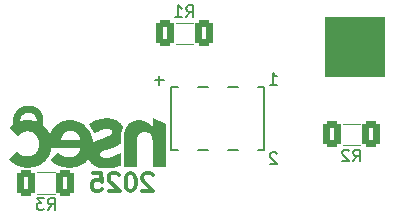
<source format=gbr>
%TF.GenerationSoftware,KiCad,Pcbnew,8.0.8*%
%TF.CreationDate,2025-04-07T01:54:08-03:00*%
%TF.ProjectId,Sao_CashBag,53616f5f-4361-4736-9842-61672e6b6963,rev?*%
%TF.SameCoordinates,Original*%
%TF.FileFunction,Legend,Bot*%
%TF.FilePolarity,Positive*%
%FSLAX46Y46*%
G04 Gerber Fmt 4.6, Leading zero omitted, Abs format (unit mm)*
G04 Created by KiCad (PCBNEW 8.0.8) date 2025-04-07 01:54:08*
%MOMM*%
%LPD*%
G01*
G04 APERTURE LIST*
G04 Aperture macros list*
%AMRoundRect*
0 Rectangle with rounded corners*
0 $1 Rounding radius*
0 $2 $3 $4 $5 $6 $7 $8 $9 X,Y pos of 4 corners*
0 Add a 4 corners polygon primitive as box body*
4,1,4,$2,$3,$4,$5,$6,$7,$8,$9,$2,$3,0*
0 Add four circle primitives for the rounded corners*
1,1,$1+$1,$2,$3*
1,1,$1+$1,$4,$5*
1,1,$1+$1,$6,$7*
1,1,$1+$1,$8,$9*
0 Add four rect primitives between the rounded corners*
20,1,$1+$1,$2,$3,$4,$5,0*
20,1,$1+$1,$4,$5,$6,$7,0*
20,1,$1+$1,$6,$7,$8,$9,0*
20,1,$1+$1,$8,$9,$2,$3,0*%
G04 Aperture macros list end*
%ADD10C,0.100000*%
%ADD11C,0.300000*%
%ADD12C,0.150000*%
%ADD13C,0.000000*%
%ADD14C,0.120000*%
%ADD15C,0.152400*%
%ADD16RoundRect,0.288462X0.461538X0.811538X-0.461538X0.811538X-0.461538X-0.811538X0.461538X-0.811538X0*%
%ADD17RoundRect,0.288462X-0.461538X-0.811538X0.461538X-0.811538X0.461538X0.811538X-0.461538X0.811538X0*%
%ADD18R,1.041400X3.200400*%
G04 APERTURE END LIST*
D10*
X134050000Y-122450000D02*
X139050000Y-122450000D01*
X139050000Y-127450000D01*
X134050000Y-127450000D01*
X134050000Y-122450000D01*
G36*
X134050000Y-122450000D02*
G01*
X139050000Y-122450000D01*
X139050000Y-127450000D01*
X134050000Y-127450000D01*
X134050000Y-122450000D01*
G37*
D11*
X119466917Y-135843685D02*
X119395489Y-135772257D01*
X119395489Y-135772257D02*
X119252632Y-135700828D01*
X119252632Y-135700828D02*
X118895489Y-135700828D01*
X118895489Y-135700828D02*
X118752632Y-135772257D01*
X118752632Y-135772257D02*
X118681203Y-135843685D01*
X118681203Y-135843685D02*
X118609774Y-135986542D01*
X118609774Y-135986542D02*
X118609774Y-136129400D01*
X118609774Y-136129400D02*
X118681203Y-136343685D01*
X118681203Y-136343685D02*
X119538346Y-137200828D01*
X119538346Y-137200828D02*
X118609774Y-137200828D01*
X117681203Y-135700828D02*
X117538346Y-135700828D01*
X117538346Y-135700828D02*
X117395489Y-135772257D01*
X117395489Y-135772257D02*
X117324061Y-135843685D01*
X117324061Y-135843685D02*
X117252632Y-135986542D01*
X117252632Y-135986542D02*
X117181203Y-136272257D01*
X117181203Y-136272257D02*
X117181203Y-136629400D01*
X117181203Y-136629400D02*
X117252632Y-136915114D01*
X117252632Y-136915114D02*
X117324061Y-137057971D01*
X117324061Y-137057971D02*
X117395489Y-137129400D01*
X117395489Y-137129400D02*
X117538346Y-137200828D01*
X117538346Y-137200828D02*
X117681203Y-137200828D01*
X117681203Y-137200828D02*
X117824061Y-137129400D01*
X117824061Y-137129400D02*
X117895489Y-137057971D01*
X117895489Y-137057971D02*
X117966918Y-136915114D01*
X117966918Y-136915114D02*
X118038346Y-136629400D01*
X118038346Y-136629400D02*
X118038346Y-136272257D01*
X118038346Y-136272257D02*
X117966918Y-135986542D01*
X117966918Y-135986542D02*
X117895489Y-135843685D01*
X117895489Y-135843685D02*
X117824061Y-135772257D01*
X117824061Y-135772257D02*
X117681203Y-135700828D01*
X116609775Y-135843685D02*
X116538347Y-135772257D01*
X116538347Y-135772257D02*
X116395490Y-135700828D01*
X116395490Y-135700828D02*
X116038347Y-135700828D01*
X116038347Y-135700828D02*
X115895490Y-135772257D01*
X115895490Y-135772257D02*
X115824061Y-135843685D01*
X115824061Y-135843685D02*
X115752632Y-135986542D01*
X115752632Y-135986542D02*
X115752632Y-136129400D01*
X115752632Y-136129400D02*
X115824061Y-136343685D01*
X115824061Y-136343685D02*
X116681204Y-137200828D01*
X116681204Y-137200828D02*
X115752632Y-137200828D01*
X114395490Y-135700828D02*
X115109776Y-135700828D01*
X115109776Y-135700828D02*
X115181204Y-136415114D01*
X115181204Y-136415114D02*
X115109776Y-136343685D01*
X115109776Y-136343685D02*
X114966919Y-136272257D01*
X114966919Y-136272257D02*
X114609776Y-136272257D01*
X114609776Y-136272257D02*
X114466919Y-136343685D01*
X114466919Y-136343685D02*
X114395490Y-136415114D01*
X114395490Y-136415114D02*
X114324061Y-136557971D01*
X114324061Y-136557971D02*
X114324061Y-136915114D01*
X114324061Y-136915114D02*
X114395490Y-137057971D01*
X114395490Y-137057971D02*
X114466919Y-137129400D01*
X114466919Y-137129400D02*
X114609776Y-137200828D01*
X114609776Y-137200828D02*
X114966919Y-137200828D01*
X114966919Y-137200828D02*
X115109776Y-137129400D01*
X115109776Y-137129400D02*
X115181204Y-137057971D01*
D12*
X122326071Y-122486408D02*
X122659404Y-122010217D01*
X122897499Y-122486408D02*
X122897499Y-121486408D01*
X122897499Y-121486408D02*
X122516547Y-121486408D01*
X122516547Y-121486408D02*
X122421309Y-121534027D01*
X122421309Y-121534027D02*
X122373690Y-121581646D01*
X122373690Y-121581646D02*
X122326071Y-121676884D01*
X122326071Y-121676884D02*
X122326071Y-121819741D01*
X122326071Y-121819741D02*
X122373690Y-121914979D01*
X122373690Y-121914979D02*
X122421309Y-121962598D01*
X122421309Y-121962598D02*
X122516547Y-122010217D01*
X122516547Y-122010217D02*
X122897499Y-122010217D01*
X121373690Y-122486408D02*
X121945118Y-122486408D01*
X121659404Y-122486408D02*
X121659404Y-121486408D01*
X121659404Y-121486408D02*
X121754642Y-121629265D01*
X121754642Y-121629265D02*
X121849880Y-121724503D01*
X121849880Y-121724503D02*
X121945118Y-121772122D01*
X136460685Y-134689116D02*
X136794018Y-134212925D01*
X137032113Y-134689116D02*
X137032113Y-133689116D01*
X137032113Y-133689116D02*
X136651161Y-133689116D01*
X136651161Y-133689116D02*
X136555923Y-133736735D01*
X136555923Y-133736735D02*
X136508304Y-133784354D01*
X136508304Y-133784354D02*
X136460685Y-133879592D01*
X136460685Y-133879592D02*
X136460685Y-134022449D01*
X136460685Y-134022449D02*
X136508304Y-134117687D01*
X136508304Y-134117687D02*
X136555923Y-134165306D01*
X136555923Y-134165306D02*
X136651161Y-134212925D01*
X136651161Y-134212925D02*
X137032113Y-134212925D01*
X136079732Y-133784354D02*
X136032113Y-133736735D01*
X136032113Y-133736735D02*
X135936875Y-133689116D01*
X135936875Y-133689116D02*
X135698780Y-133689116D01*
X135698780Y-133689116D02*
X135603542Y-133736735D01*
X135603542Y-133736735D02*
X135555923Y-133784354D01*
X135555923Y-133784354D02*
X135508304Y-133879592D01*
X135508304Y-133879592D02*
X135508304Y-133974830D01*
X135508304Y-133974830D02*
X135555923Y-134117687D01*
X135555923Y-134117687D02*
X136127351Y-134689116D01*
X136127351Y-134689116D02*
X135508304Y-134689116D01*
X129394884Y-128186646D02*
X129966312Y-128186646D01*
X129680598Y-128186646D02*
X129680598Y-127186646D01*
X129680598Y-127186646D02*
X129775836Y-127329503D01*
X129775836Y-127329503D02*
X129871074Y-127424741D01*
X129871074Y-127424741D02*
X129966312Y-127472360D01*
X129966312Y-134031884D02*
X129918693Y-133984265D01*
X129918693Y-133984265D02*
X129823455Y-133936646D01*
X129823455Y-133936646D02*
X129585360Y-133936646D01*
X129585360Y-133936646D02*
X129490122Y-133984265D01*
X129490122Y-133984265D02*
X129442503Y-134031884D01*
X129442503Y-134031884D02*
X129394884Y-134127122D01*
X129394884Y-134127122D02*
X129394884Y-134222360D01*
X129394884Y-134222360D02*
X129442503Y-134365217D01*
X129442503Y-134365217D02*
X130013931Y-134936646D01*
X130013931Y-134936646D02*
X129394884Y-134936646D01*
X120418693Y-134555693D02*
X119656789Y-134555693D01*
X120418693Y-127805693D02*
X119656789Y-127805693D01*
X120037741Y-128186646D02*
X120037741Y-127424741D01*
X110610521Y-138806591D02*
X110943854Y-138330400D01*
X111181949Y-138806591D02*
X111181949Y-137806591D01*
X111181949Y-137806591D02*
X110800997Y-137806591D01*
X110800997Y-137806591D02*
X110705759Y-137854210D01*
X110705759Y-137854210D02*
X110658140Y-137901829D01*
X110658140Y-137901829D02*
X110610521Y-137997067D01*
X110610521Y-137997067D02*
X110610521Y-138139924D01*
X110610521Y-138139924D02*
X110658140Y-138235162D01*
X110658140Y-138235162D02*
X110705759Y-138282781D01*
X110705759Y-138282781D02*
X110800997Y-138330400D01*
X110800997Y-138330400D02*
X111181949Y-138330400D01*
X110277187Y-137806591D02*
X109658140Y-137806591D01*
X109658140Y-137806591D02*
X109991473Y-138187543D01*
X109991473Y-138187543D02*
X109848616Y-138187543D01*
X109848616Y-138187543D02*
X109753378Y-138235162D01*
X109753378Y-138235162D02*
X109705759Y-138282781D01*
X109705759Y-138282781D02*
X109658140Y-138378019D01*
X109658140Y-138378019D02*
X109658140Y-138616114D01*
X109658140Y-138616114D02*
X109705759Y-138711352D01*
X109705759Y-138711352D02*
X109753378Y-138758972D01*
X109753378Y-138758972D02*
X109848616Y-138806591D01*
X109848616Y-138806591D02*
X110134330Y-138806591D01*
X110134330Y-138806591D02*
X110229568Y-138758972D01*
X110229568Y-138758972D02*
X110277187Y-138711352D01*
D13*
%TO.C,REF\u002A\u002A*%
G36*
X119481617Y-131025730D02*
G01*
X119481956Y-131025764D01*
X119482309Y-131025820D01*
X119482675Y-131025900D01*
X119483058Y-131026005D01*
X119483454Y-131026133D01*
X119483865Y-131026282D01*
X119484287Y-131026455D01*
X119484725Y-131026653D01*
X119485177Y-131026873D01*
X120572085Y-131570326D01*
X120572496Y-131570557D01*
X120572890Y-131570813D01*
X120573263Y-131571095D01*
X120573614Y-131571402D01*
X120573942Y-131571730D01*
X120574246Y-131572079D01*
X120574526Y-131572447D01*
X120574781Y-131572834D01*
X120575010Y-131573238D01*
X120575211Y-131573657D01*
X120575384Y-131574090D01*
X120575527Y-131574535D01*
X120575641Y-131574992D01*
X120575723Y-131575459D01*
X120575773Y-131575933D01*
X120575790Y-131576413D01*
X120575791Y-135138895D01*
X120575786Y-135139065D01*
X120575772Y-135139233D01*
X120575752Y-135139398D01*
X120575723Y-135139561D01*
X120575687Y-135139722D01*
X120575642Y-135139878D01*
X120575592Y-135140033D01*
X120575534Y-135140182D01*
X120575468Y-135140328D01*
X120575395Y-135140471D01*
X120575317Y-135140610D01*
X120575232Y-135140743D01*
X120575142Y-135140873D01*
X120575043Y-135140998D01*
X120574939Y-135141118D01*
X120574831Y-135141233D01*
X120574717Y-135141344D01*
X120574598Y-135141447D01*
X120574473Y-135141545D01*
X120574343Y-135141638D01*
X120574210Y-135141723D01*
X120574071Y-135141804D01*
X120573928Y-135141876D01*
X120573781Y-135141942D01*
X120573631Y-135142001D01*
X120573476Y-135142052D01*
X120573318Y-135142098D01*
X120573157Y-135142135D01*
X120572993Y-135142164D01*
X120572826Y-135142185D01*
X120572656Y-135142198D01*
X120572483Y-135142202D01*
X119485046Y-135142202D01*
X119484618Y-135142195D01*
X119484204Y-135142176D01*
X119483803Y-135142142D01*
X119483415Y-135142096D01*
X119483040Y-135142034D01*
X119482679Y-135141962D01*
X119482331Y-135141873D01*
X119481996Y-135141773D01*
X119481676Y-135141660D01*
X119481367Y-135141531D01*
X119481073Y-135141390D01*
X119480791Y-135141236D01*
X119480524Y-135141068D01*
X119480271Y-135140887D01*
X119480030Y-135140692D01*
X119479803Y-135140484D01*
X119479590Y-135140262D01*
X119479390Y-135140027D01*
X119479204Y-135139779D01*
X119479032Y-135139517D01*
X119478872Y-135139241D01*
X119478728Y-135138952D01*
X119478596Y-135138650D01*
X119478479Y-135138334D01*
X119478375Y-135138005D01*
X119478285Y-135137662D01*
X119478208Y-135137306D01*
X119478146Y-135136936D01*
X119478097Y-135136553D01*
X119478062Y-135136157D01*
X119478041Y-135135746D01*
X119478034Y-135135323D01*
X119478695Y-132982012D01*
X119477082Y-132914630D01*
X119471890Y-132847987D01*
X119462964Y-132782473D01*
X119450151Y-132718489D01*
X119442238Y-132687193D01*
X119433295Y-132656427D01*
X119423301Y-132626241D01*
X119412239Y-132596684D01*
X119400088Y-132567806D01*
X119386829Y-132539656D01*
X119372443Y-132512282D01*
X119356909Y-132485736D01*
X119340210Y-132460066D01*
X119322326Y-132435323D01*
X119303235Y-132411554D01*
X119282924Y-132388808D01*
X119261365Y-132367139D01*
X119238545Y-132346592D01*
X119214442Y-132327218D01*
X119189037Y-132309067D01*
X119162312Y-132292187D01*
X119134245Y-132276630D01*
X119104817Y-132262441D01*
X119074011Y-132249674D01*
X119041805Y-132238375D01*
X119008183Y-132228597D01*
X118973122Y-132220387D01*
X118936604Y-132213794D01*
X118904667Y-132209382D01*
X118873090Y-132206062D01*
X118841876Y-132203841D01*
X118811021Y-132202713D01*
X118780527Y-132202682D01*
X118750392Y-132203746D01*
X118720619Y-132205907D01*
X118691203Y-132209164D01*
X118643302Y-132216815D01*
X118597565Y-132227031D01*
X118553994Y-132239816D01*
X118512582Y-132255168D01*
X118492688Y-132263808D01*
X118473334Y-132273088D01*
X118454523Y-132283011D01*
X118436251Y-132293575D01*
X118418521Y-132304781D01*
X118401331Y-132316628D01*
X118384682Y-132329118D01*
X118368573Y-132342250D01*
X118353006Y-132356022D01*
X118337979Y-132370437D01*
X118323495Y-132385494D01*
X118309549Y-132401192D01*
X118296145Y-132417533D01*
X118283281Y-132434514D01*
X118270960Y-132452139D01*
X118259178Y-132470404D01*
X118237236Y-132508863D01*
X118217460Y-132549888D01*
X118199844Y-132593481D01*
X118184393Y-132639639D01*
X118173070Y-132679131D01*
X118163255Y-132718095D01*
X118154943Y-132756535D01*
X118148139Y-132794452D01*
X118142839Y-132831843D01*
X118139045Y-132868710D01*
X118136757Y-132905051D01*
X118135974Y-132940869D01*
X118135051Y-135134926D01*
X118135043Y-135135374D01*
X118135021Y-135135807D01*
X118134986Y-135136227D01*
X118134935Y-135136633D01*
X118134871Y-135137024D01*
X118134793Y-135137401D01*
X118134701Y-135137763D01*
X118134594Y-135138111D01*
X118134472Y-135138445D01*
X118134337Y-135138764D01*
X118134188Y-135139071D01*
X118134024Y-135139362D01*
X118133846Y-135139639D01*
X118133654Y-135139902D01*
X118133448Y-135140151D01*
X118133227Y-135140385D01*
X118132991Y-135140605D01*
X118132743Y-135140811D01*
X118132480Y-135141003D01*
X118132203Y-135141180D01*
X118131912Y-135141342D01*
X118131605Y-135141492D01*
X118131286Y-135141627D01*
X118130953Y-135141748D01*
X118130605Y-135141853D01*
X118130242Y-135141947D01*
X118129866Y-135142025D01*
X118129475Y-135142089D01*
X118129071Y-135142137D01*
X118128651Y-135142174D01*
X118128221Y-135142195D01*
X118127773Y-135142202D01*
X117040865Y-135142202D01*
X117040652Y-135142199D01*
X117040446Y-135142187D01*
X117040247Y-135142171D01*
X117040054Y-135142146D01*
X117039867Y-135142115D01*
X117039687Y-135142076D01*
X117039514Y-135142032D01*
X117039347Y-135141978D01*
X117039187Y-135141919D01*
X117039032Y-135141853D01*
X117038885Y-135141781D01*
X117038744Y-135141700D01*
X117038610Y-135141612D01*
X117038483Y-135141518D01*
X117038360Y-135141416D01*
X117038247Y-135141309D01*
X117038137Y-135141194D01*
X117038035Y-135141071D01*
X117037940Y-135140944D01*
X117037851Y-135140807D01*
X117037769Y-135140664D01*
X117037693Y-135140514D01*
X117037624Y-135140356D01*
X117037562Y-135140193D01*
X117037506Y-135140022D01*
X117037455Y-135139843D01*
X117037411Y-135139659D01*
X117037375Y-135139467D01*
X117037344Y-135139267D01*
X117037321Y-135139062D01*
X117037293Y-135138630D01*
X117037689Y-132602070D01*
X117038782Y-132542390D01*
X117041928Y-132482412D01*
X117047131Y-132422136D01*
X117054388Y-132361563D01*
X117063701Y-132300693D01*
X117075068Y-132239524D01*
X117088490Y-132178059D01*
X117103968Y-132116295D01*
X117113329Y-132082732D01*
X117123295Y-132049910D01*
X117133866Y-132017828D01*
X117145041Y-131986485D01*
X117156820Y-131955882D01*
X117169203Y-131926020D01*
X117182189Y-131896897D01*
X117195780Y-131868513D01*
X117232040Y-131800214D01*
X117271266Y-131735609D01*
X117313465Y-131674701D01*
X117358630Y-131617489D01*
X117406762Y-131563972D01*
X117457863Y-131514154D01*
X117511933Y-131468029D01*
X117568971Y-131425600D01*
X117628978Y-131386868D01*
X117691954Y-131351831D01*
X117757897Y-131320490D01*
X117826807Y-131292845D01*
X117898688Y-131268897D01*
X117973535Y-131248643D01*
X118051352Y-131232086D01*
X118132138Y-131219225D01*
X118201309Y-131211415D01*
X118270021Y-131206576D01*
X118338211Y-131204749D01*
X118405813Y-131205986D01*
X118472761Y-131210331D01*
X118538993Y-131217832D01*
X118604442Y-131228538D01*
X118669044Y-131242493D01*
X118732735Y-131259744D01*
X118795449Y-131280342D01*
X118857123Y-131304330D01*
X118917691Y-131331758D01*
X118977088Y-131362670D01*
X119035251Y-131397116D01*
X119092111Y-131435145D01*
X119147610Y-131476797D01*
X119190780Y-131512243D01*
X119233008Y-131549326D01*
X119274292Y-131588047D01*
X119314625Y-131628403D01*
X119354006Y-131670398D01*
X119392429Y-131714029D01*
X119429892Y-131759298D01*
X119466393Y-131806203D01*
X119467784Y-131807955D01*
X119469083Y-131809442D01*
X119469699Y-131810086D01*
X119470291Y-131810663D01*
X119470861Y-131811174D01*
X119471407Y-131811617D01*
X119471930Y-131811997D01*
X119472431Y-131812308D01*
X119472910Y-131812553D01*
X119473365Y-131812732D01*
X119473797Y-131812844D01*
X119474206Y-131812890D01*
X119474593Y-131812870D01*
X119474958Y-131812783D01*
X119475300Y-131812630D01*
X119475619Y-131812410D01*
X119475916Y-131812125D01*
X119476192Y-131811772D01*
X119476445Y-131811354D01*
X119476676Y-131810869D01*
X119476884Y-131810317D01*
X119477070Y-131809699D01*
X119477234Y-131809015D01*
X119477376Y-131808265D01*
X119477497Y-131807447D01*
X119477595Y-131806564D01*
X119477725Y-131804598D01*
X119477769Y-131802367D01*
X119477769Y-131031371D01*
X119477776Y-131030870D01*
X119477799Y-131030393D01*
X119477835Y-131029939D01*
X119477887Y-131029508D01*
X119477952Y-131029101D01*
X119478033Y-131028715D01*
X119478128Y-131028354D01*
X119478238Y-131028015D01*
X119478363Y-131027700D01*
X119478502Y-131027407D01*
X119478656Y-131027141D01*
X119478824Y-131026895D01*
X119479004Y-131026672D01*
X119479201Y-131026474D01*
X119479412Y-131026298D01*
X119479638Y-131026145D01*
X119479878Y-131026016D01*
X119480133Y-131025910D01*
X119480399Y-131025829D01*
X119480683Y-131025769D01*
X119480979Y-131025733D01*
X119481290Y-131025720D01*
X119481617Y-131025730D01*
G37*
G36*
X108997310Y-129968696D02*
G01*
X109054361Y-129971274D01*
X109112095Y-129975948D01*
X109201408Y-129987099D01*
X109288228Y-130002773D01*
X109372413Y-130023026D01*
X109453824Y-130047904D01*
X109532322Y-130077461D01*
X109570435Y-130094010D01*
X109607766Y-130111746D01*
X109644299Y-130130679D01*
X109680016Y-130150812D01*
X109714899Y-130172154D01*
X109748932Y-130194709D01*
X109782096Y-130218486D01*
X109814373Y-130243487D01*
X109845748Y-130269723D01*
X109876201Y-130297198D01*
X109905715Y-130325920D01*
X109934274Y-130355894D01*
X109961858Y-130387126D01*
X109988452Y-130419623D01*
X110014036Y-130453392D01*
X110038596Y-130488439D01*
X110062112Y-130524771D01*
X110084565Y-130562391D01*
X110105940Y-130601309D01*
X110126219Y-130641530D01*
X110145385Y-130683062D01*
X110163418Y-130725909D01*
X110172856Y-130750763D01*
X110181400Y-130776114D01*
X110189044Y-130801962D01*
X110195793Y-130828303D01*
X110201645Y-130855143D01*
X110206602Y-130882477D01*
X110210659Y-130910308D01*
X110213822Y-130938635D01*
X110215952Y-130963077D01*
X110217720Y-130986996D01*
X110219126Y-131010390D01*
X110220168Y-131033258D01*
X110220847Y-131055601D01*
X110221162Y-131077419D01*
X110221114Y-131098711D01*
X110220700Y-131119478D01*
X110212300Y-131357783D01*
X110210804Y-131418496D01*
X110210059Y-131479139D01*
X110210318Y-131539449D01*
X110211837Y-131599166D01*
X110212141Y-131606005D01*
X110212520Y-131612826D01*
X110212982Y-131619632D01*
X110213522Y-131626420D01*
X110214140Y-131633192D01*
X110214838Y-131639948D01*
X110215612Y-131646686D01*
X110216467Y-131653406D01*
X110216598Y-131654240D01*
X110216762Y-131655055D01*
X110216960Y-131655853D01*
X110217191Y-131656631D01*
X110217455Y-131657391D01*
X110217753Y-131658132D01*
X110218084Y-131658855D01*
X110218447Y-131659558D01*
X110218846Y-131660243D01*
X110219275Y-131660910D01*
X110219741Y-131661558D01*
X110220236Y-131662188D01*
X110220766Y-131662798D01*
X110221329Y-131663390D01*
X110221924Y-131663964D01*
X110222552Y-131664520D01*
X110267602Y-131703523D01*
X110311241Y-131743536D01*
X110353471Y-131784562D01*
X110394287Y-131826600D01*
X110433695Y-131869650D01*
X110471692Y-131913712D01*
X110508277Y-131958785D01*
X110543454Y-132004871D01*
X110577219Y-132051968D01*
X110609575Y-132100077D01*
X110640517Y-132149198D01*
X110670051Y-132199331D01*
X110698173Y-132250476D01*
X110724885Y-132302633D01*
X110750186Y-132355802D01*
X110774077Y-132409982D01*
X110774381Y-132410671D01*
X110774684Y-132411314D01*
X110774985Y-132411912D01*
X110775285Y-132412466D01*
X110775582Y-132412973D01*
X110775881Y-132413439D01*
X110776176Y-132413857D01*
X110776470Y-132414230D01*
X110776762Y-132414561D01*
X110777053Y-132414844D01*
X110777343Y-132415083D01*
X110777631Y-132415277D01*
X110777917Y-132415428D01*
X110778203Y-132415531D01*
X110778486Y-132415591D01*
X110778769Y-132415605D01*
X110779048Y-132415573D01*
X110779327Y-132415499D01*
X110779605Y-132415378D01*
X110779881Y-132415212D01*
X110780155Y-132415002D01*
X110780428Y-132414747D01*
X110780699Y-132414447D01*
X110780969Y-132414100D01*
X110781237Y-132413711D01*
X110781504Y-132413275D01*
X110781769Y-132412795D01*
X110782032Y-132412270D01*
X110782295Y-132411699D01*
X110782556Y-132411084D01*
X110782816Y-132410423D01*
X110783072Y-132409718D01*
X110796282Y-132373391D01*
X110810158Y-132337302D01*
X110824698Y-132301475D01*
X110839892Y-132265935D01*
X110855738Y-132230706D01*
X110872230Y-132195812D01*
X110889362Y-132161278D01*
X110907129Y-132127125D01*
X110925525Y-132093384D01*
X110944545Y-132060071D01*
X110964184Y-132027216D01*
X110984437Y-131994841D01*
X111005295Y-131962971D01*
X111026759Y-131931629D01*
X111048817Y-131900841D01*
X111071467Y-131870630D01*
X111143796Y-131782509D01*
X111220292Y-131701047D01*
X111300748Y-131626148D01*
X111384950Y-131557722D01*
X111472686Y-131495677D01*
X111563745Y-131439916D01*
X111657915Y-131390351D01*
X111754986Y-131346887D01*
X111854745Y-131309432D01*
X111956980Y-131277892D01*
X112061481Y-131252178D01*
X112168034Y-131232195D01*
X112276429Y-131217848D01*
X112386454Y-131209048D01*
X112497898Y-131205702D01*
X112610548Y-131207715D01*
X112711960Y-131214588D01*
X112812270Y-131226769D01*
X112911285Y-131244180D01*
X113008813Y-131266747D01*
X113104659Y-131294390D01*
X113198634Y-131327034D01*
X113290541Y-131364601D01*
X113380189Y-131407013D01*
X113467384Y-131454194D01*
X113551933Y-131506066D01*
X113633644Y-131562553D01*
X113712323Y-131623580D01*
X113787779Y-131689063D01*
X113859816Y-131758931D01*
X113928242Y-131833105D01*
X113992864Y-131911508D01*
X114036000Y-131968934D01*
X114076903Y-132027508D01*
X114115573Y-132087232D01*
X114152011Y-132148102D01*
X114186217Y-132210122D01*
X114218190Y-132273289D01*
X114247931Y-132337605D01*
X114275440Y-132403069D01*
X114300716Y-132469681D01*
X114323759Y-132537441D01*
X114344570Y-132606350D01*
X114363149Y-132676408D01*
X114379494Y-132747613D01*
X114393609Y-132819968D01*
X114405491Y-132893470D01*
X114415140Y-132968121D01*
X114418302Y-132998307D01*
X114420922Y-133028942D01*
X114422999Y-133060022D01*
X114424532Y-133091549D01*
X114424565Y-133092178D01*
X114424614Y-133092775D01*
X114424678Y-133093341D01*
X114424758Y-133093874D01*
X114424853Y-133094375D01*
X114424965Y-133094847D01*
X114425092Y-133095286D01*
X114425236Y-133095691D01*
X114425393Y-133096067D01*
X114425568Y-133096409D01*
X114425758Y-133096721D01*
X114425964Y-133096999D01*
X114426186Y-133097248D01*
X114426423Y-133097463D01*
X114426676Y-133097648D01*
X114426945Y-133097800D01*
X114427230Y-133097921D01*
X114427531Y-133098009D01*
X114427847Y-133098066D01*
X114428179Y-133098091D01*
X114428526Y-133098085D01*
X114428891Y-133098046D01*
X114429270Y-133097976D01*
X114429664Y-133097874D01*
X114430076Y-133097741D01*
X114430503Y-133097575D01*
X114430946Y-133097378D01*
X114431404Y-133097149D01*
X114431879Y-133096888D01*
X114432369Y-133096595D01*
X114432875Y-133096270D01*
X114433397Y-133095914D01*
X114470225Y-133070485D01*
X114507761Y-133045924D01*
X114545967Y-133022203D01*
X114584806Y-132999301D01*
X114624241Y-132977188D01*
X114664236Y-132955840D01*
X114745752Y-132915337D01*
X114829063Y-132877587D01*
X114913868Y-132842386D01*
X114999875Y-132809529D01*
X115086785Y-132778812D01*
X115332846Y-132694608D01*
X115568855Y-132613182D01*
X115609040Y-132598884D01*
X115648302Y-132584097D01*
X115686643Y-132568821D01*
X115724063Y-132553057D01*
X115760562Y-132536806D01*
X115796138Y-132520066D01*
X115830792Y-132502839D01*
X115864527Y-132485124D01*
X115885683Y-132473246D01*
X115906329Y-132460662D01*
X115926308Y-132447333D01*
X115945462Y-132433224D01*
X115963629Y-132418300D01*
X115980655Y-132402524D01*
X115996379Y-132385862D01*
X116010643Y-132368278D01*
X116017179Y-132359129D01*
X116023289Y-132349735D01*
X116028955Y-132340093D01*
X116034157Y-132330198D01*
X116038876Y-132320046D01*
X116043091Y-132309631D01*
X116046782Y-132298952D01*
X116049930Y-132288001D01*
X116052513Y-132276775D01*
X116054516Y-132265270D01*
X116055916Y-132253480D01*
X116056690Y-132241402D01*
X116056825Y-132229030D01*
X116056297Y-132216362D01*
X116055087Y-132203391D01*
X116053175Y-132190114D01*
X116050643Y-132177181D01*
X116047499Y-132164648D01*
X116043765Y-132152512D01*
X116039460Y-132140771D01*
X116034601Y-132129418D01*
X116029211Y-132118454D01*
X116023310Y-132107871D01*
X116016917Y-132097669D01*
X116010051Y-132087842D01*
X116002733Y-132078387D01*
X115994982Y-132069303D01*
X115986818Y-132060585D01*
X115969333Y-132044229D01*
X115950434Y-132029297D01*
X115930281Y-132015757D01*
X115909033Y-132003584D01*
X115886847Y-131992748D01*
X115863884Y-131983223D01*
X115840302Y-131974982D01*
X115816258Y-131967997D01*
X115791912Y-131962237D01*
X115767426Y-131957677D01*
X115728683Y-131952391D01*
X115689506Y-131948927D01*
X115649963Y-131947191D01*
X115610129Y-131947098D01*
X115570080Y-131948557D01*
X115529886Y-131951478D01*
X115489622Y-131955771D01*
X115449362Y-131961348D01*
X115409180Y-131968119D01*
X115369149Y-131975995D01*
X115329343Y-131984883D01*
X115289836Y-131994698D01*
X115212010Y-132016746D01*
X115136261Y-132041418D01*
X115058534Y-132069486D01*
X114981197Y-132099716D01*
X114904249Y-132132109D01*
X114827689Y-132166663D01*
X114751518Y-132203380D01*
X114675737Y-132242259D01*
X114600343Y-132283302D01*
X114525338Y-132326506D01*
X114524804Y-132326807D01*
X114524276Y-132327080D01*
X114523756Y-132327327D01*
X114523244Y-132327547D01*
X114522738Y-132327740D01*
X114522240Y-132327906D01*
X114521749Y-132328047D01*
X114521266Y-132328158D01*
X114520789Y-132328244D01*
X114520321Y-132328303D01*
X114519859Y-132328335D01*
X114519404Y-132328340D01*
X114518957Y-132328318D01*
X114518517Y-132328271D01*
X114518085Y-132328195D01*
X114517659Y-132328091D01*
X114517241Y-132327963D01*
X114516831Y-132327807D01*
X114516427Y-132327624D01*
X114516031Y-132327415D01*
X114515642Y-132327178D01*
X114515260Y-132326916D01*
X114514886Y-132326625D01*
X114514519Y-132326308D01*
X114514160Y-132325963D01*
X114513807Y-132325593D01*
X114513462Y-132325195D01*
X114513124Y-132324770D01*
X114512793Y-132324318D01*
X114512470Y-132323840D01*
X114512154Y-132323335D01*
X114511845Y-132322802D01*
X114072769Y-131527597D01*
X114072609Y-131527287D01*
X114072466Y-131526975D01*
X114072341Y-131526659D01*
X114072231Y-131526339D01*
X114072138Y-131526016D01*
X114072059Y-131525691D01*
X114071996Y-131525365D01*
X114071949Y-131525037D01*
X114071916Y-131524710D01*
X114071901Y-131524381D01*
X114071899Y-131524053D01*
X114071914Y-131523726D01*
X114071944Y-131523401D01*
X114071987Y-131523077D01*
X114072046Y-131522757D01*
X114072119Y-131522439D01*
X114072207Y-131522126D01*
X114072308Y-131521816D01*
X114072424Y-131521510D01*
X114072554Y-131521209D01*
X114072696Y-131520915D01*
X114072855Y-131520627D01*
X114073026Y-131520346D01*
X114073210Y-131520072D01*
X114073407Y-131519806D01*
X114073618Y-131519548D01*
X114073842Y-131519298D01*
X114074078Y-131519058D01*
X114074328Y-131518828D01*
X114074588Y-131518609D01*
X114074864Y-131518401D01*
X114075150Y-131518203D01*
X114166499Y-131460541D01*
X114260155Y-131406186D01*
X114355959Y-131355240D01*
X114453746Y-131307807D01*
X114553354Y-131263987D01*
X114654619Y-131223883D01*
X114757381Y-131187596D01*
X114861474Y-131155229D01*
X114966740Y-131126883D01*
X115073012Y-131102661D01*
X115180132Y-131082664D01*
X115287932Y-131066995D01*
X115396252Y-131055754D01*
X115504931Y-131049045D01*
X115613805Y-131046969D01*
X115722711Y-131049627D01*
X115819231Y-131056560D01*
X115915472Y-131068425D01*
X116011003Y-131085295D01*
X116105384Y-131107240D01*
X116198188Y-131134333D01*
X116288977Y-131166643D01*
X116377321Y-131204244D01*
X116420439Y-131225050D01*
X116462782Y-131247205D01*
X116504298Y-131270718D01*
X116544931Y-131295598D01*
X116584626Y-131321854D01*
X116623330Y-131349495D01*
X116660989Y-131378530D01*
X116697549Y-131408967D01*
X116732952Y-131440815D01*
X116767149Y-131474086D01*
X116800084Y-131508784D01*
X116831701Y-131544920D01*
X116861948Y-131582505D01*
X116890771Y-131621546D01*
X116918115Y-131662050D01*
X116943923Y-131704029D01*
X116968146Y-131747490D01*
X116990727Y-131792445D01*
X116991050Y-131793172D01*
X116991328Y-131793899D01*
X116991559Y-131794627D01*
X116991743Y-131795354D01*
X116991881Y-131796082D01*
X116991972Y-131796810D01*
X116992017Y-131797538D01*
X116992016Y-131798266D01*
X116991968Y-131798994D01*
X116991873Y-131799723D01*
X116991732Y-131800449D01*
X116991545Y-131801177D01*
X116991310Y-131801905D01*
X116991030Y-131802632D01*
X116990703Y-131803360D01*
X116990329Y-131804085D01*
X116968246Y-131846340D01*
X116947536Y-131889372D01*
X116928194Y-131933116D01*
X116910218Y-131977517D01*
X116893603Y-132022511D01*
X116878344Y-132068038D01*
X116864441Y-132114037D01*
X116851886Y-132160447D01*
X116840677Y-132207208D01*
X116830808Y-132254259D01*
X116822281Y-132301537D01*
X116815084Y-132348983D01*
X116809220Y-132396537D01*
X116804679Y-132444137D01*
X116801463Y-132491722D01*
X116799564Y-132539231D01*
X116796370Y-132690587D01*
X116794863Y-132840390D01*
X116795046Y-132988640D01*
X116796919Y-133135338D01*
X116796923Y-133136533D01*
X116796872Y-133137708D01*
X116796765Y-133138858D01*
X116796602Y-133139985D01*
X116796383Y-133141091D01*
X116796108Y-133142173D01*
X116795777Y-133143232D01*
X116795393Y-133144268D01*
X116794951Y-133145284D01*
X116794454Y-133146274D01*
X116793901Y-133147242D01*
X116793293Y-133148187D01*
X116792629Y-133149110D01*
X116791910Y-133150010D01*
X116791134Y-133150887D01*
X116790304Y-133151741D01*
X116779373Y-133162509D01*
X116768211Y-133173116D01*
X116756817Y-133183561D01*
X116745190Y-133193843D01*
X116733334Y-133203965D01*
X116721246Y-133213926D01*
X116708928Y-133223726D01*
X116696378Y-133233367D01*
X116657492Y-133261790D01*
X116617765Y-133288996D01*
X116577247Y-133315029D01*
X116535990Y-133339930D01*
X116494046Y-133363738D01*
X116451462Y-133386498D01*
X116408293Y-133408252D01*
X116364590Y-133429042D01*
X116320403Y-133448909D01*
X116275783Y-133467895D01*
X116185450Y-133503396D01*
X116094002Y-133535879D01*
X116001846Y-133565682D01*
X115790469Y-133630173D01*
X115581555Y-133692153D01*
X115543864Y-133703468D01*
X115506533Y-133715253D01*
X115469563Y-133727511D01*
X115432954Y-133740241D01*
X115396704Y-133753442D01*
X115360815Y-133767114D01*
X115325286Y-133781256D01*
X115290116Y-133795870D01*
X115273071Y-133803314D01*
X115256287Y-133811075D01*
X115239794Y-133819162D01*
X115223623Y-133827591D01*
X115207806Y-133836375D01*
X115192374Y-133845527D01*
X115177357Y-133855062D01*
X115162786Y-133864992D01*
X115148693Y-133875332D01*
X115135108Y-133886094D01*
X115122063Y-133897293D01*
X115109588Y-133908942D01*
X115097715Y-133921054D01*
X115086474Y-133933644D01*
X115075897Y-133946724D01*
X115066014Y-133960309D01*
X115063493Y-133964051D01*
X115061091Y-133967772D01*
X115058805Y-133971472D01*
X115056637Y-133975149D01*
X115054589Y-133978805D01*
X115052657Y-133982440D01*
X115050843Y-133986053D01*
X115049147Y-133989644D01*
X115047569Y-133993214D01*
X115046108Y-133996762D01*
X115044766Y-134000288D01*
X115043541Y-134003792D01*
X115042436Y-134007275D01*
X115041446Y-134010735D01*
X115040574Y-134014174D01*
X115039821Y-134017591D01*
X115036190Y-134038410D01*
X115033760Y-134058580D01*
X115032495Y-134078105D01*
X115032366Y-134096990D01*
X115033339Y-134115239D01*
X115035381Y-134132855D01*
X115038461Y-134149848D01*
X115042543Y-134166217D01*
X115047598Y-134181969D01*
X115053591Y-134197106D01*
X115060491Y-134211637D01*
X115068263Y-134225564D01*
X115076876Y-134238892D01*
X115086300Y-134251624D01*
X115096497Y-134263769D01*
X115107439Y-134275328D01*
X115119091Y-134286307D01*
X115131419Y-134296708D01*
X115144394Y-134306539D01*
X115157981Y-134315802D01*
X115172147Y-134324504D01*
X115186861Y-134332648D01*
X115217801Y-134347282D01*
X115250538Y-134359741D01*
X115284812Y-134370060D01*
X115320361Y-134378282D01*
X115356925Y-134384435D01*
X115411023Y-134390631D01*
X115465966Y-134394405D01*
X115521751Y-134395756D01*
X115578380Y-134394685D01*
X115635853Y-134391193D01*
X115694169Y-134385276D01*
X115753328Y-134376939D01*
X115813331Y-134366179D01*
X115879321Y-134351956D01*
X115944634Y-134335582D01*
X116009270Y-134317137D01*
X116073232Y-134296699D01*
X116136517Y-134274347D01*
X116199123Y-134250161D01*
X116261053Y-134224218D01*
X116322306Y-134196599D01*
X116382882Y-134167379D01*
X116442779Y-134136643D01*
X116501999Y-134104463D01*
X116560541Y-134070923D01*
X116618404Y-134036100D01*
X116675589Y-134000073D01*
X116732095Y-133962920D01*
X116787923Y-133924722D01*
X116788394Y-133924406D01*
X116788851Y-133924117D01*
X116789292Y-133923857D01*
X116789719Y-133923625D01*
X116790131Y-133923422D01*
X116790527Y-133923247D01*
X116790909Y-133923102D01*
X116791276Y-133922983D01*
X116791627Y-133922894D01*
X116791964Y-133922832D01*
X116792288Y-133922800D01*
X116792595Y-133922796D01*
X116792886Y-133922822D01*
X116793164Y-133922874D01*
X116793427Y-133922956D01*
X116793674Y-133923065D01*
X116793907Y-133923203D01*
X116794125Y-133923369D01*
X116794328Y-133923565D01*
X116794516Y-133923789D01*
X116794687Y-133924040D01*
X116794845Y-133924321D01*
X116794988Y-133924630D01*
X116795116Y-133924967D01*
X116795228Y-133925333D01*
X116795326Y-133925728D01*
X116795409Y-133926150D01*
X116795475Y-133926601D01*
X116795530Y-133927081D01*
X116795566Y-133927589D01*
X116795588Y-133928125D01*
X116795596Y-133928690D01*
X116795596Y-134994432D01*
X116795564Y-134995570D01*
X116795522Y-134996124D01*
X116795465Y-134996668D01*
X116795389Y-134997201D01*
X116795298Y-134997725D01*
X116795189Y-134998239D01*
X116795066Y-134998742D01*
X116794925Y-134999235D01*
X116794769Y-134999716D01*
X116794594Y-135000189D01*
X116794404Y-135000653D01*
X116794196Y-135001105D01*
X116793974Y-135001548D01*
X116793732Y-135001980D01*
X116793476Y-135002403D01*
X116793203Y-135002815D01*
X116792913Y-135003217D01*
X116792607Y-135003610D01*
X116792285Y-135003992D01*
X116791946Y-135004364D01*
X116791590Y-135004726D01*
X116791219Y-135005078D01*
X116790830Y-135005419D01*
X116790425Y-135005751D01*
X116790003Y-135006073D01*
X116789566Y-135006385D01*
X116789111Y-135006687D01*
X116788640Y-135006978D01*
X116788153Y-135007260D01*
X116787129Y-135007793D01*
X116700974Y-135047345D01*
X116614523Y-135083981D01*
X116527778Y-135117703D01*
X116440737Y-135148509D01*
X116353400Y-135176398D01*
X116265767Y-135201372D01*
X116177841Y-135223431D01*
X116089618Y-135242575D01*
X116001100Y-135258803D01*
X115912286Y-135272114D01*
X115823177Y-135282512D01*
X115733772Y-135289995D01*
X115644071Y-135294559D01*
X115554074Y-135296211D01*
X115463783Y-135294946D01*
X115373196Y-135290765D01*
X115266500Y-135281696D01*
X115160886Y-135267719D01*
X115056819Y-135248647D01*
X114954764Y-135224305D01*
X114855185Y-135194513D01*
X114806469Y-135177516D01*
X114758547Y-135159089D01*
X114711477Y-135139210D01*
X114665316Y-135117856D01*
X114620123Y-135095004D01*
X114575958Y-135070633D01*
X114532874Y-135044718D01*
X114490934Y-135017238D01*
X114450193Y-134988171D01*
X114410711Y-134957494D01*
X114372545Y-134925184D01*
X114335754Y-134891220D01*
X114300396Y-134855578D01*
X114266528Y-134818236D01*
X114234210Y-134779171D01*
X114203499Y-134738362D01*
X114174452Y-134695787D01*
X114147129Y-134651422D01*
X114121588Y-134605242D01*
X114097886Y-134557229D01*
X114076081Y-134507359D01*
X114056233Y-134455608D01*
X114056057Y-134455135D01*
X114055877Y-134454689D01*
X114055691Y-134454271D01*
X114055501Y-134453880D01*
X114055306Y-134453516D01*
X114055106Y-134453181D01*
X114054903Y-134452873D01*
X114054694Y-134452592D01*
X114054481Y-134452340D01*
X114054263Y-134452114D01*
X114054041Y-134451917D01*
X114053814Y-134451747D01*
X114053582Y-134451605D01*
X114053346Y-134451489D01*
X114053105Y-134451402D01*
X114052860Y-134451344D01*
X114052608Y-134451312D01*
X114052353Y-134451308D01*
X114052094Y-134451331D01*
X114051829Y-134451382D01*
X114051561Y-134451461D01*
X114051287Y-134451569D01*
X114051009Y-134451702D01*
X114050725Y-134451863D01*
X114050438Y-134452054D01*
X114050146Y-134452270D01*
X114049849Y-134452515D01*
X114049548Y-134452787D01*
X114049241Y-134453087D01*
X114048931Y-134453415D01*
X114048615Y-134453769D01*
X114048295Y-134454153D01*
X114010443Y-134500546D01*
X113978643Y-134538917D01*
X113965013Y-134555096D01*
X113952896Y-134569270D01*
X113942293Y-134581439D01*
X113933201Y-134591604D01*
X113865568Y-134662062D01*
X113794969Y-134728379D01*
X113721543Y-134790556D01*
X113645428Y-134848595D01*
X113566760Y-134902497D01*
X113485682Y-134952263D01*
X113402327Y-134997896D01*
X113316837Y-135039395D01*
X113229348Y-135076762D01*
X113140000Y-135110000D01*
X113048930Y-135139109D01*
X112956274Y-135164090D01*
X112862174Y-135184945D01*
X112766767Y-135201676D01*
X112670190Y-135214283D01*
X112572582Y-135222768D01*
X112480187Y-135227178D01*
X112388610Y-135228235D01*
X112297853Y-135225939D01*
X112207915Y-135220289D01*
X112118796Y-135211286D01*
X112030496Y-135198931D01*
X111943015Y-135183224D01*
X111856355Y-135164163D01*
X111781074Y-135144400D01*
X111707119Y-135121651D01*
X111634529Y-135095960D01*
X111563350Y-135067364D01*
X111493622Y-135035907D01*
X111425390Y-135001626D01*
X111358697Y-134964565D01*
X111293587Y-134924764D01*
X111230099Y-134882264D01*
X111168281Y-134837106D01*
X111108172Y-134789332D01*
X111049818Y-134738979D01*
X110993260Y-134686091D01*
X110938543Y-134630710D01*
X110885707Y-134572874D01*
X110834799Y-134512626D01*
X110834470Y-134512214D01*
X110834164Y-134511804D01*
X110833883Y-134511396D01*
X110833623Y-134510990D01*
X110833389Y-134510586D01*
X110833175Y-134510184D01*
X110832986Y-134509784D01*
X110832818Y-134509386D01*
X110832676Y-134508991D01*
X110832554Y-134508596D01*
X110832456Y-134508205D01*
X110832382Y-134507816D01*
X110832331Y-134507428D01*
X110832302Y-134507043D01*
X110832297Y-134506659D01*
X110832315Y-134506278D01*
X110832354Y-134505898D01*
X110832419Y-134505521D01*
X110832506Y-134505146D01*
X110832615Y-134504772D01*
X110832747Y-134504401D01*
X110832904Y-134504032D01*
X110833082Y-134503665D01*
X110833284Y-134503300D01*
X110833509Y-134502937D01*
X110833756Y-134502576D01*
X110834028Y-134502218D01*
X110834320Y-134501861D01*
X110834637Y-134501506D01*
X110834976Y-134501154D01*
X110835339Y-134500803D01*
X110835724Y-134500455D01*
X111452865Y-133954091D01*
X111453253Y-133953754D01*
X111453641Y-133953440D01*
X111454030Y-133953148D01*
X111454418Y-133952877D01*
X111454806Y-133952629D01*
X111455194Y-133952403D01*
X111455582Y-133952197D01*
X111455970Y-133952015D01*
X111456359Y-133951854D01*
X111456747Y-133951715D01*
X111457135Y-133951598D01*
X111457524Y-133951504D01*
X111457912Y-133951432D01*
X111458301Y-133951380D01*
X111458689Y-133951351D01*
X111459078Y-133951344D01*
X111459465Y-133951359D01*
X111459855Y-133951396D01*
X111460243Y-133951455D01*
X111460632Y-133951537D01*
X111461021Y-133951640D01*
X111461409Y-133951763D01*
X111461798Y-133951911D01*
X111462187Y-133952080D01*
X111462576Y-133952271D01*
X111462965Y-133952483D01*
X111463354Y-133952718D01*
X111463742Y-133952975D01*
X111464132Y-133953254D01*
X111464522Y-133953555D01*
X111464911Y-133953878D01*
X111465300Y-133954222D01*
X111503405Y-133988518D01*
X111542043Y-134021790D01*
X111581260Y-134053946D01*
X111621099Y-134084892D01*
X111661604Y-134114535D01*
X111702821Y-134142782D01*
X111744792Y-134169538D01*
X111787564Y-134194713D01*
X111831178Y-134218211D01*
X111875678Y-134239940D01*
X111921112Y-134259808D01*
X111967521Y-134277719D01*
X112014950Y-134293582D01*
X112063444Y-134307303D01*
X112113047Y-134318789D01*
X112163800Y-134327947D01*
X112195167Y-134332501D01*
X112226265Y-134336407D01*
X112257092Y-134339661D01*
X112287650Y-134342268D01*
X112317938Y-134344227D01*
X112347957Y-134345536D01*
X112377705Y-134346195D01*
X112407184Y-134346205D01*
X112436393Y-134345566D01*
X112465333Y-134344278D01*
X112494002Y-134342341D01*
X112522401Y-134339754D01*
X112550532Y-134336519D01*
X112578391Y-134332635D01*
X112605982Y-134328102D01*
X112633303Y-134322920D01*
X112668893Y-134315039D01*
X112703604Y-134306041D01*
X112737439Y-134295945D01*
X112770394Y-134284766D01*
X112802471Y-134272522D01*
X112833666Y-134259230D01*
X112863982Y-134244908D01*
X112893418Y-134229569D01*
X112921972Y-134213236D01*
X112949646Y-134195921D01*
X113002346Y-134158421D01*
X113051517Y-134117205D01*
X113097150Y-134072410D01*
X113139248Y-134024170D01*
X113177806Y-133972625D01*
X113212816Y-133917908D01*
X113244280Y-133860157D01*
X113272192Y-133799507D01*
X113296548Y-133736097D01*
X113317346Y-133670060D01*
X113334581Y-133601534D01*
X113334672Y-133601094D01*
X113334745Y-133600668D01*
X113334801Y-133600257D01*
X113334839Y-133599859D01*
X113334860Y-133599475D01*
X113334864Y-133599106D01*
X113334851Y-133598751D01*
X113334820Y-133598408D01*
X113334771Y-133598081D01*
X113334706Y-133597767D01*
X113334623Y-133597467D01*
X113334524Y-133597179D01*
X113334405Y-133596908D01*
X113334270Y-133596650D01*
X113334119Y-133596406D01*
X113333950Y-133596175D01*
X113333763Y-133595959D01*
X113333559Y-133595756D01*
X113333338Y-133595569D01*
X113333100Y-133595395D01*
X113332843Y-133595234D01*
X113332571Y-133595087D01*
X113332280Y-133594955D01*
X113331973Y-133594836D01*
X113331648Y-133594732D01*
X113331306Y-133594642D01*
X113330947Y-133594564D01*
X113330570Y-133594501D01*
X113330177Y-133594452D01*
X113329766Y-133594416D01*
X113329339Y-133594396D01*
X113328893Y-133594388D01*
X110909675Y-133594388D01*
X110909291Y-133594395D01*
X110908917Y-133594413D01*
X110908553Y-133594442D01*
X110908199Y-133594484D01*
X110907854Y-133594538D01*
X110907521Y-133594603D01*
X110907198Y-133594680D01*
X110906884Y-133594769D01*
X110906581Y-133594870D01*
X110906288Y-133594982D01*
X110906004Y-133595108D01*
X110905732Y-133595244D01*
X110905470Y-133595393D01*
X110905217Y-133595553D01*
X110904975Y-133595725D01*
X110904742Y-133595910D01*
X110904520Y-133596105D01*
X110904307Y-133596313D01*
X110904106Y-133596533D01*
X110903914Y-133596764D01*
X110903732Y-133597008D01*
X110903561Y-133597264D01*
X110903399Y-133597530D01*
X110903249Y-133597811D01*
X110903106Y-133598101D01*
X110902975Y-133598405D01*
X110902854Y-133598720D01*
X110902743Y-133599047D01*
X110902642Y-133599386D01*
X110902551Y-133599737D01*
X110902470Y-133600100D01*
X110902399Y-133600475D01*
X110889784Y-133664899D01*
X110875356Y-133728328D01*
X110859113Y-133790761D01*
X110841057Y-133852200D01*
X110821186Y-133912643D01*
X110799503Y-133972092D01*
X110776005Y-134030545D01*
X110750694Y-134088004D01*
X110723568Y-134144465D01*
X110694630Y-134199933D01*
X110663877Y-134254406D01*
X110631309Y-134307881D01*
X110596928Y-134360362D01*
X110560733Y-134411848D01*
X110522725Y-134462337D01*
X110482902Y-134511833D01*
X110420566Y-134583548D01*
X110355928Y-134651512D01*
X110288989Y-134715733D01*
X110219747Y-134776203D01*
X110148204Y-134832927D01*
X110074360Y-134885903D01*
X109998214Y-134935131D01*
X109919766Y-134980610D01*
X109839016Y-135022344D01*
X109755967Y-135060329D01*
X109670616Y-135094566D01*
X109582961Y-135125056D01*
X109493006Y-135151798D01*
X109400749Y-135174793D01*
X109306191Y-135194039D01*
X109209330Y-135209538D01*
X109138473Y-135218042D01*
X109066198Y-135224106D01*
X108992504Y-135227731D01*
X108917393Y-135228918D01*
X108840863Y-135227666D01*
X108762917Y-135223973D01*
X108683553Y-135217843D01*
X108602773Y-135209274D01*
X108536420Y-135200241D01*
X108471106Y-135189212D01*
X108406831Y-135176192D01*
X108343597Y-135161178D01*
X108281402Y-135144169D01*
X108220246Y-135125167D01*
X108160131Y-135104172D01*
X108101055Y-135081182D01*
X108043021Y-135056200D01*
X107986023Y-135029224D01*
X107930067Y-135000252D01*
X107875151Y-134969289D01*
X107821273Y-134936331D01*
X107768438Y-134901379D01*
X107716641Y-134864434D01*
X107665885Y-134825496D01*
X107625646Y-134792784D01*
X107585762Y-134758945D01*
X107546235Y-134723975D01*
X107507064Y-134687879D01*
X107468248Y-134650655D01*
X107429789Y-134612299D01*
X107391687Y-134572817D01*
X107353940Y-134532206D01*
X107353283Y-134531470D01*
X107352670Y-134530736D01*
X107352099Y-134530003D01*
X107351572Y-134529269D01*
X107351088Y-134528537D01*
X107350646Y-134527805D01*
X107350250Y-134527074D01*
X107349894Y-134526344D01*
X107349583Y-134525615D01*
X107349315Y-134524886D01*
X107349090Y-134524158D01*
X107348907Y-134523431D01*
X107348769Y-134522705D01*
X107348674Y-134521978D01*
X107348620Y-134521256D01*
X107348612Y-134520530D01*
X107348647Y-134519807D01*
X107348723Y-134519085D01*
X107348842Y-134518363D01*
X107349007Y-134517642D01*
X107349214Y-134516922D01*
X107349464Y-134516203D01*
X107349756Y-134515484D01*
X107350093Y-134514767D01*
X107350471Y-134514050D01*
X107350896Y-134513333D01*
X107351361Y-134512617D01*
X107351869Y-134511904D01*
X107352422Y-134511190D01*
X107353017Y-134510477D01*
X107353655Y-134509766D01*
X107354336Y-134509054D01*
X107981664Y-133875509D01*
X107982033Y-133875153D01*
X107982418Y-133874820D01*
X107982816Y-133874510D01*
X107983224Y-133874221D01*
X107983642Y-133873956D01*
X107984070Y-133873712D01*
X107984510Y-133873493D01*
X107984955Y-133873294D01*
X107985408Y-133873120D01*
X107985868Y-133872968D01*
X107986333Y-133872840D01*
X107986803Y-133872732D01*
X107987278Y-133872647D01*
X107987753Y-133872586D01*
X107988232Y-133872547D01*
X107988712Y-133872532D01*
X107989193Y-133872538D01*
X107989670Y-133872567D01*
X107990149Y-133872620D01*
X107990624Y-133872695D01*
X107991096Y-133872794D01*
X107991564Y-133872913D01*
X107992027Y-133873057D01*
X107992484Y-133873223D01*
X107992934Y-133873412D01*
X107993376Y-133873624D01*
X107993810Y-133873859D01*
X107994234Y-133874117D01*
X107994648Y-133874397D01*
X107995051Y-133874701D01*
X107995442Y-133875028D01*
X107995819Y-133875377D01*
X108019431Y-133898146D01*
X108043832Y-133920812D01*
X108069021Y-133943375D01*
X108095002Y-133965833D01*
X108121771Y-133988190D01*
X108149332Y-134010440D01*
X108177683Y-134032588D01*
X108206825Y-134054632D01*
X108249264Y-134084964D01*
X108292218Y-134113119D01*
X108335686Y-134139097D01*
X108379668Y-134162897D01*
X108424164Y-134184522D01*
X108469174Y-134203970D01*
X108514698Y-134221241D01*
X108560734Y-134236335D01*
X108607285Y-134249252D01*
X108654350Y-134259994D01*
X108701929Y-134268558D01*
X108750021Y-134274945D01*
X108798626Y-134279158D01*
X108847746Y-134281193D01*
X108897380Y-134281052D01*
X108947527Y-134278735D01*
X108997956Y-134274031D01*
X109047733Y-134266831D01*
X109096775Y-134257165D01*
X109144994Y-134245054D01*
X109192304Y-134230527D01*
X109238617Y-134213608D01*
X109283849Y-134194326D01*
X109327915Y-134172703D01*
X109370724Y-134148767D01*
X109412192Y-134122544D01*
X109452237Y-134094063D01*
X109490767Y-134063343D01*
X109527698Y-134030415D01*
X109562944Y-133995304D01*
X109596418Y-133958035D01*
X109628034Y-133918637D01*
X109659363Y-133875029D01*
X109688184Y-133830225D01*
X109714532Y-133784292D01*
X109738446Y-133737300D01*
X109759958Y-133689316D01*
X109779106Y-133640408D01*
X109795925Y-133590648D01*
X109810447Y-133540100D01*
X109822712Y-133488835D01*
X109832754Y-133436920D01*
X109840607Y-133384426D01*
X109846309Y-133331416D01*
X109849893Y-133277964D01*
X109851396Y-133224135D01*
X109850853Y-133170001D01*
X109848300Y-133115627D01*
X109844132Y-133067231D01*
X109838000Y-133019303D01*
X109829935Y-132971915D01*
X109819969Y-132925136D01*
X109814626Y-132904320D01*
X111706847Y-132904320D01*
X111706848Y-132904433D01*
X111706854Y-132904546D01*
X111706867Y-132904657D01*
X111706885Y-132904768D01*
X111706910Y-132904877D01*
X111706939Y-132904985D01*
X111706975Y-132905091D01*
X111707016Y-132905194D01*
X111707063Y-132905295D01*
X111707116Y-132905394D01*
X111707174Y-132905490D01*
X111707238Y-132905582D01*
X111707306Y-132905672D01*
X111707381Y-132905759D01*
X111707457Y-132905843D01*
X111707538Y-132905922D01*
X111707623Y-132905996D01*
X111707710Y-132906066D01*
X111707803Y-132906129D01*
X111707898Y-132906188D01*
X111707996Y-132906242D01*
X111708097Y-132906288D01*
X111708200Y-132906332D01*
X111708306Y-132906369D01*
X111708415Y-132906400D01*
X111708525Y-132906426D01*
X111708637Y-132906447D01*
X111708750Y-132906461D01*
X111708865Y-132906469D01*
X111708980Y-132906473D01*
X113345561Y-132906473D01*
X113345860Y-132906468D01*
X113346150Y-132906454D01*
X113346427Y-132906430D01*
X113346695Y-132906397D01*
X113346949Y-132906354D01*
X113347193Y-132906301D01*
X113347427Y-132906240D01*
X113347650Y-132906168D01*
X113347861Y-132906086D01*
X113348061Y-132905996D01*
X113348251Y-132905897D01*
X113348429Y-132905786D01*
X113348597Y-132905666D01*
X113348752Y-132905537D01*
X113348897Y-132905399D01*
X113349031Y-132905251D01*
X113349154Y-132905093D01*
X113349266Y-132904926D01*
X113349366Y-132904749D01*
X113349456Y-132904564D01*
X113349534Y-132904366D01*
X113349602Y-132904161D01*
X113349658Y-132903946D01*
X113349703Y-132903722D01*
X113349737Y-132903487D01*
X113349759Y-132903243D01*
X113349771Y-132902990D01*
X113349771Y-132902727D01*
X113349760Y-132902454D01*
X113349740Y-132902172D01*
X113349705Y-132901880D01*
X113349662Y-132901578D01*
X113342451Y-132860103D01*
X113333854Y-132818730D01*
X113323856Y-132777552D01*
X113312443Y-132736652D01*
X113299599Y-132696122D01*
X113285309Y-132656048D01*
X113269557Y-132616522D01*
X113252329Y-132577628D01*
X113233610Y-132539458D01*
X113213384Y-132502100D01*
X113191637Y-132465638D01*
X113168353Y-132430165D01*
X113143517Y-132395767D01*
X113117115Y-132362535D01*
X113089129Y-132330555D01*
X113059547Y-132299916D01*
X113020955Y-132264625D01*
X112980165Y-132232519D01*
X112937374Y-132203603D01*
X112892777Y-132177879D01*
X112846567Y-132155349D01*
X112798941Y-132136016D01*
X112750089Y-132119883D01*
X112700210Y-132106952D01*
X112649496Y-132097225D01*
X112598143Y-132090705D01*
X112546346Y-132087394D01*
X112494299Y-132087296D01*
X112442195Y-132090412D01*
X112390229Y-132096745D01*
X112338597Y-132106298D01*
X112287494Y-132119073D01*
X112254640Y-132129205D01*
X112222800Y-132140695D01*
X112191966Y-132153501D01*
X112162135Y-132167579D01*
X112133299Y-132182888D01*
X112105448Y-132199382D01*
X112078579Y-132217021D01*
X112052686Y-132235760D01*
X112027760Y-132255558D01*
X112003797Y-132276370D01*
X111958729Y-132320869D01*
X111917432Y-132368910D01*
X111879853Y-132420153D01*
X111845940Y-132474252D01*
X111815642Y-132530866D01*
X111788907Y-132589648D01*
X111765683Y-132650259D01*
X111745917Y-132712352D01*
X111729562Y-132775584D01*
X111716561Y-132839612D01*
X111706865Y-132904092D01*
X111706853Y-132904206D01*
X111706847Y-132904320D01*
X109814626Y-132904320D01*
X109808135Y-132879039D01*
X109794466Y-132833694D01*
X109778988Y-132789172D01*
X109761738Y-132745546D01*
X109742745Y-132702887D01*
X109722042Y-132661265D01*
X109699661Y-132620753D01*
X109675632Y-132581419D01*
X109649990Y-132543338D01*
X109622765Y-132506580D01*
X109593987Y-132471217D01*
X109563690Y-132437317D01*
X109531906Y-132404955D01*
X109498665Y-132374201D01*
X109463999Y-132345127D01*
X109427941Y-132317803D01*
X109390523Y-132292301D01*
X109351775Y-132268692D01*
X109311730Y-132247047D01*
X109270418Y-132227439D01*
X109227874Y-132209937D01*
X109184127Y-132194614D01*
X109139211Y-132181540D01*
X109093154Y-132170786D01*
X109045991Y-132162426D01*
X108997754Y-132156529D01*
X108948472Y-132153167D01*
X108898181Y-132152411D01*
X108851111Y-132153890D01*
X108804726Y-132157241D01*
X108759025Y-132162461D01*
X108714009Y-132169551D01*
X108669679Y-132178511D01*
X108626032Y-132189339D01*
X108583071Y-132202037D01*
X108540792Y-132216605D01*
X108499197Y-132233043D01*
X108458289Y-132251350D01*
X108418061Y-132271528D01*
X108378522Y-132293575D01*
X108339664Y-132317490D01*
X108301492Y-132343276D01*
X108264002Y-132370933D01*
X108227198Y-132400457D01*
X108202801Y-132421166D01*
X108178766Y-132442148D01*
X108155091Y-132463400D01*
X108131777Y-132484925D01*
X108108823Y-132506724D01*
X108086229Y-132528796D01*
X108063995Y-132551141D01*
X108042121Y-132573760D01*
X108041889Y-132573989D01*
X108041648Y-132574204D01*
X108041397Y-132574407D01*
X108041138Y-132574594D01*
X108040869Y-132574769D01*
X108040593Y-132574931D01*
X108040309Y-132575076D01*
X108040018Y-132575206D01*
X108039722Y-132575321D01*
X108039418Y-132575422D01*
X108039110Y-132575508D01*
X108038799Y-132575577D01*
X108038483Y-132575631D01*
X108038163Y-132575667D01*
X108037842Y-132575687D01*
X108037516Y-132575691D01*
X108037194Y-132575677D01*
X108036872Y-132575646D01*
X108036555Y-132575600D01*
X108036241Y-132575538D01*
X108035932Y-132575459D01*
X108035628Y-132575364D01*
X108035329Y-132575255D01*
X108035037Y-132575131D01*
X108034752Y-132574990D01*
X108034474Y-132574837D01*
X108034203Y-132574670D01*
X108033942Y-132574487D01*
X108033690Y-132574292D01*
X108033447Y-132574083D01*
X108033215Y-132573861D01*
X108032994Y-132573626D01*
X107370478Y-131860972D01*
X107370163Y-131860632D01*
X107369871Y-131860295D01*
X107369598Y-131859954D01*
X107369345Y-131859615D01*
X107369112Y-131859275D01*
X107368900Y-131858935D01*
X107368705Y-131858594D01*
X107368533Y-131858253D01*
X107368379Y-131857913D01*
X107368245Y-131857571D01*
X107368131Y-131857229D01*
X107368037Y-131856887D01*
X107367963Y-131856545D01*
X107367909Y-131856201D01*
X107367875Y-131855860D01*
X107367859Y-131855517D01*
X107367865Y-131855173D01*
X107367892Y-131854830D01*
X107367937Y-131854487D01*
X107368002Y-131854142D01*
X107368088Y-131853797D01*
X107368193Y-131853452D01*
X107368318Y-131853106D01*
X107368464Y-131852762D01*
X107368629Y-131852417D01*
X107368814Y-131852072D01*
X107369018Y-131851725D01*
X107369243Y-131851380D01*
X107369489Y-131851033D01*
X107369754Y-131850686D01*
X107370039Y-131850339D01*
X107370344Y-131849992D01*
X107408822Y-131808121D01*
X107447858Y-131767713D01*
X107487452Y-131728762D01*
X107527606Y-131691271D01*
X107568317Y-131655241D01*
X107609585Y-131620670D01*
X107651412Y-131587559D01*
X107693797Y-131555908D01*
X107694456Y-131555401D01*
X107695078Y-131554874D01*
X107695661Y-131554326D01*
X107696209Y-131553758D01*
X107696718Y-131553168D01*
X107697191Y-131552558D01*
X107697627Y-131551927D01*
X107698026Y-131551276D01*
X107698387Y-131550604D01*
X107698712Y-131549911D01*
X107698999Y-131549198D01*
X107699250Y-131548464D01*
X107699464Y-131547710D01*
X107699640Y-131546935D01*
X107699781Y-131546140D01*
X107699882Y-131545324D01*
X107700404Y-131539553D01*
X107700777Y-131533747D01*
X107700999Y-131527910D01*
X107701073Y-131522039D01*
X107700999Y-131516135D01*
X107700776Y-131510199D01*
X107700405Y-131504230D01*
X107699883Y-131498228D01*
X107692174Y-131415102D01*
X107685458Y-131334650D01*
X107679737Y-131256877D01*
X107677565Y-131222355D01*
X107677565Y-131222354D01*
X108273878Y-131222354D01*
X108273896Y-131264998D01*
X108273937Y-131266060D01*
X108274009Y-131267079D01*
X108274115Y-131268057D01*
X108274252Y-131268991D01*
X108274420Y-131269883D01*
X108274622Y-131270733D01*
X108274854Y-131271540D01*
X108275119Y-131272305D01*
X108275417Y-131273028D01*
X108275745Y-131273709D01*
X108276107Y-131274346D01*
X108276500Y-131274943D01*
X108276925Y-131275497D01*
X108277381Y-131276007D01*
X108277871Y-131276476D01*
X108278393Y-131276903D01*
X108278946Y-131277287D01*
X108279531Y-131277628D01*
X108280149Y-131277929D01*
X108280798Y-131278184D01*
X108281480Y-131278399D01*
X108282194Y-131278571D01*
X108282939Y-131278701D01*
X108283717Y-131278789D01*
X108284527Y-131278834D01*
X108285369Y-131278837D01*
X108286243Y-131278797D01*
X108287149Y-131278715D01*
X108288087Y-131278590D01*
X108289058Y-131278423D01*
X108290060Y-131278213D01*
X108291094Y-131277964D01*
X108372697Y-131258771D01*
X108455851Y-131242539D01*
X108540556Y-131229268D01*
X108626812Y-131218956D01*
X108714619Y-131211606D01*
X108803976Y-131207218D01*
X108894886Y-131205788D01*
X108987345Y-131207319D01*
X109073212Y-131211683D01*
X109157977Y-131219288D01*
X109241637Y-131230137D01*
X109324193Y-131244227D01*
X109405645Y-131261557D01*
X109445958Y-131271438D01*
X109485994Y-131282129D01*
X109525754Y-131293630D01*
X109565239Y-131305942D01*
X109604447Y-131319064D01*
X109643380Y-131332996D01*
X109643820Y-131333151D01*
X109644247Y-131333286D01*
X109644662Y-131333401D01*
X109645064Y-131333498D01*
X109645453Y-131333573D01*
X109645830Y-131333628D01*
X109646194Y-131333664D01*
X109646546Y-131333680D01*
X109646884Y-131333677D01*
X109647210Y-131333654D01*
X109647522Y-131333609D01*
X109647824Y-131333546D01*
X109648112Y-131333463D01*
X109648387Y-131333360D01*
X109648651Y-131333236D01*
X109648900Y-131333095D01*
X109649136Y-131332931D01*
X109649362Y-131332748D01*
X109649574Y-131332547D01*
X109649773Y-131332323D01*
X109649960Y-131332081D01*
X109650136Y-131331819D01*
X109650295Y-131331536D01*
X109650445Y-131331234D01*
X109650582Y-131330913D01*
X109650706Y-131330569D01*
X109650816Y-131330209D01*
X109650916Y-131329827D01*
X109651001Y-131329425D01*
X109651076Y-131329004D01*
X109651136Y-131328563D01*
X109651185Y-131328101D01*
X109653419Y-131294198D01*
X109654322Y-131260721D01*
X109653909Y-131227698D01*
X109652192Y-131195159D01*
X109649180Y-131163131D01*
X109644887Y-131131646D01*
X109639324Y-131100731D01*
X109632502Y-131070414D01*
X109624435Y-131040725D01*
X109615135Y-131011694D01*
X109604611Y-130983346D01*
X109592877Y-130955715D01*
X109579944Y-130928826D01*
X109565825Y-130902710D01*
X109550531Y-130877395D01*
X109534074Y-130852909D01*
X109516466Y-130829284D01*
X109497718Y-130806546D01*
X109477843Y-130784722D01*
X109456853Y-130763845D01*
X109434759Y-130743943D01*
X109411574Y-130725045D01*
X109387308Y-130707178D01*
X109361975Y-130690373D01*
X109335586Y-130674657D01*
X109308152Y-130660060D01*
X109279685Y-130646610D01*
X109250198Y-130634337D01*
X109219702Y-130623269D01*
X109188211Y-130613436D01*
X109155733Y-130604865D01*
X109122283Y-130597587D01*
X109083325Y-130590988D01*
X109043974Y-130586325D01*
X109004350Y-130583600D01*
X108964575Y-130582822D01*
X108924768Y-130583990D01*
X108885051Y-130587112D01*
X108845545Y-130592188D01*
X108806370Y-130599225D01*
X108767649Y-130608225D01*
X108729500Y-130619193D01*
X108692047Y-130632136D01*
X108655409Y-130647053D01*
X108619707Y-130663952D01*
X108585063Y-130682835D01*
X108551597Y-130703706D01*
X108519431Y-130726570D01*
X108488719Y-130751231D01*
X108460057Y-130777090D01*
X108433444Y-130804148D01*
X108408880Y-130832404D01*
X108386364Y-130861861D01*
X108365897Y-130892515D01*
X108347479Y-130924368D01*
X108331110Y-130957422D01*
X108316788Y-130991673D01*
X108304515Y-131027123D01*
X108294291Y-131063773D01*
X108286115Y-131101620D01*
X108279988Y-131140666D01*
X108275909Y-131180911D01*
X108273878Y-131222354D01*
X107677565Y-131222354D01*
X107675012Y-131181786D01*
X107674042Y-131159485D01*
X107673649Y-131137094D01*
X107673830Y-131114614D01*
X107674588Y-131092045D01*
X107675921Y-131069388D01*
X107677829Y-131046641D01*
X107680315Y-131023806D01*
X107683377Y-131000881D01*
X107687013Y-130977867D01*
X107691224Y-130954764D01*
X107696012Y-130931573D01*
X107701376Y-130908292D01*
X107707316Y-130884923D01*
X107713831Y-130861464D01*
X107720923Y-130837917D01*
X107728591Y-130814280D01*
X107747464Y-130761747D01*
X107768337Y-130710703D01*
X107791209Y-130661150D01*
X107816081Y-130613090D01*
X107842951Y-130566520D01*
X107871821Y-130521442D01*
X107902688Y-130477856D01*
X107935556Y-130435761D01*
X107970424Y-130395157D01*
X108007288Y-130356045D01*
X108046153Y-130318424D01*
X108087015Y-130282294D01*
X108129878Y-130247656D01*
X108174739Y-130214510D01*
X108221599Y-130182854D01*
X108270457Y-130152690D01*
X108317928Y-130125924D01*
X108366081Y-130101254D01*
X108414922Y-130078680D01*
X108464445Y-130058202D01*
X108514652Y-130039818D01*
X108565543Y-130023534D01*
X108617119Y-130009342D01*
X108669379Y-129997247D01*
X108722323Y-129987248D01*
X108775952Y-129979346D01*
X108830265Y-129973540D01*
X108885262Y-129969828D01*
X108940944Y-129968215D01*
X108997310Y-129968696D01*
G37*
D14*
%TO.C,R1*%
X121432341Y-122941589D02*
X122886469Y-122941589D01*
X121432341Y-124761589D02*
X122886469Y-124761589D01*
%TO.C,R2*%
X137021083Y-131504297D02*
X135566955Y-131504297D01*
X137021083Y-133324297D02*
X135566955Y-133324297D01*
D15*
%TO.C,J1*%
X121068473Y-128437927D02*
X121068473Y-133695727D01*
X121068473Y-133695727D02*
X121612033Y-133695727D01*
X121612033Y-128437927D02*
X121068473Y-128437927D01*
X123318913Y-133695727D02*
X124152033Y-133695727D01*
X124152033Y-128437927D02*
X123318913Y-128437927D01*
X125858913Y-133695727D02*
X126692033Y-133695727D01*
X126692033Y-128437927D02*
X125858913Y-128437927D01*
X128398913Y-133695727D02*
X128942473Y-133695727D01*
X128942473Y-128437927D02*
X128398913Y-128437927D01*
X128942473Y-133695727D02*
X128942473Y-128437927D01*
D14*
%TO.C,R3*%
X111170919Y-135621772D02*
X109716791Y-135621772D01*
X111170919Y-137441772D02*
X109716791Y-137441772D01*
%TD*%
%LPC*%
D16*
%TO.C,R1*%
X123809405Y-123851589D03*
X120509405Y-123851589D03*
%TD*%
D17*
%TO.C,R2*%
X134644019Y-132414297D03*
X137944019Y-132414297D03*
%TD*%
D18*
%TO.C,J1*%
X127545473Y-128541828D03*
X127545473Y-133591826D03*
X125005473Y-128541828D03*
X125005473Y-133591826D03*
X122465473Y-128541828D03*
X122465473Y-133591826D03*
%TD*%
D17*
%TO.C,R3*%
X108793855Y-136531772D03*
X112093855Y-136531772D03*
%TD*%
%LPD*%
M02*

</source>
